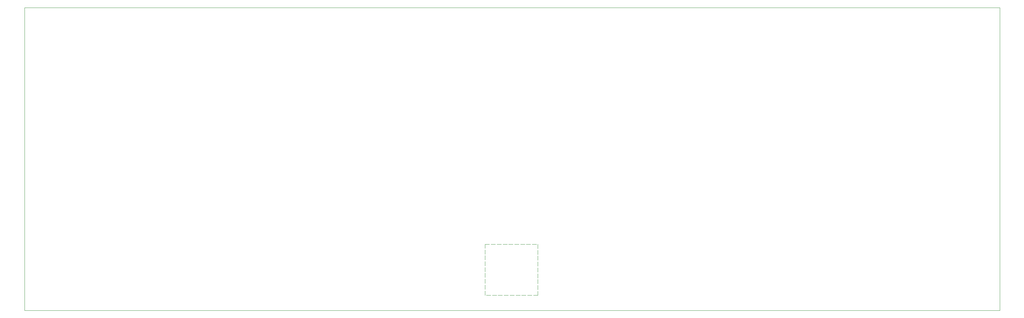
<source format=gbr>
%TF.GenerationSoftware,KiCad,Pcbnew,9.0.2*%
%TF.CreationDate,2025-10-16T10:54:40+03:00*%
%TF.ProjectId,eg48,65673438-2e6b-4696-9361-645f70636258,rev?*%
%TF.SameCoordinates,Original*%
%TF.FileFunction,Profile,NP*%
%FSLAX46Y46*%
G04 Gerber Fmt 4.6, Leading zero omitted, Abs format (unit mm)*
G04 Created by KiCad (PCBNEW 9.0.2) date 2025-10-16 10:54:40*
%MOMM*%
%LPD*%
G01*
G04 APERTURE LIST*
%TA.AperFunction,Profile*%
%ADD10C,0.050000*%
%TD*%
%TA.AperFunction,Profile*%
%ADD11C,0.100000*%
%TD*%
G04 APERTURE END LIST*
D10*
X19050000Y-19050000D02*
X267970000Y-19050000D01*
X267970000Y-96520000D01*
X19050000Y-96520000D01*
X19050000Y-19050000D01*
D11*
%TO.C,SW49*%
X136618500Y-79606000D02*
X137718500Y-79606000D01*
X138118500Y-79606000D02*
X139218500Y-79606000D01*
X139618500Y-79606000D02*
X140718500Y-79606000D01*
X141118500Y-79606000D02*
X142218500Y-79606000D01*
X142618500Y-79606000D02*
X143718500Y-79606000D01*
X144118500Y-79606000D02*
X145218500Y-79606000D01*
X145618500Y-79606000D02*
X146718500Y-79606000D01*
X147118500Y-79606000D02*
X148218500Y-79606000D01*
X148618500Y-79606000D02*
X149718500Y-79606000D01*
X150018500Y-79606000D02*
X150018500Y-80706000D01*
X150018500Y-81106000D02*
X150018500Y-82206000D01*
X150018500Y-82606000D02*
X150018500Y-83706000D01*
X150018500Y-84106000D02*
X150018500Y-85206000D01*
X150018500Y-85606000D02*
X150018500Y-86706000D01*
X150018500Y-87106000D02*
X150018500Y-88206000D01*
X150018500Y-88606000D02*
X150018500Y-89706000D01*
X150018500Y-90106000D02*
X150018500Y-91206000D01*
X150018500Y-91606000D02*
X150018500Y-92606000D01*
X150018500Y-92606000D02*
X148918500Y-92606000D01*
X148518500Y-92606000D02*
X147418500Y-92606000D01*
X147018500Y-92606000D02*
X145918500Y-92606000D01*
X145518500Y-92606000D02*
X144418500Y-92606000D01*
X144018500Y-92606000D02*
X142918500Y-92606000D01*
X142518500Y-92606000D02*
X141418500Y-92606000D01*
X141018500Y-92606000D02*
X139918500Y-92606000D01*
X139518500Y-92606000D02*
X138418500Y-92606000D01*
X138018500Y-92606000D02*
X136918500Y-92606000D01*
X136618500Y-92606000D02*
X136618500Y-91506000D01*
X136618500Y-91106000D02*
X136618500Y-90006000D01*
X136618500Y-89606000D02*
X136618500Y-88506000D01*
X136618500Y-88106000D02*
X136618500Y-87006000D01*
X136618500Y-86606000D02*
X136618500Y-85506000D01*
X136618500Y-85106000D02*
X136618500Y-84006000D01*
X136618500Y-83606000D02*
X136618500Y-82506000D01*
X136618500Y-82106000D02*
X136618500Y-81006000D01*
X136618500Y-80606000D02*
X136618500Y-79606000D01*
%TD*%
M02*

</source>
